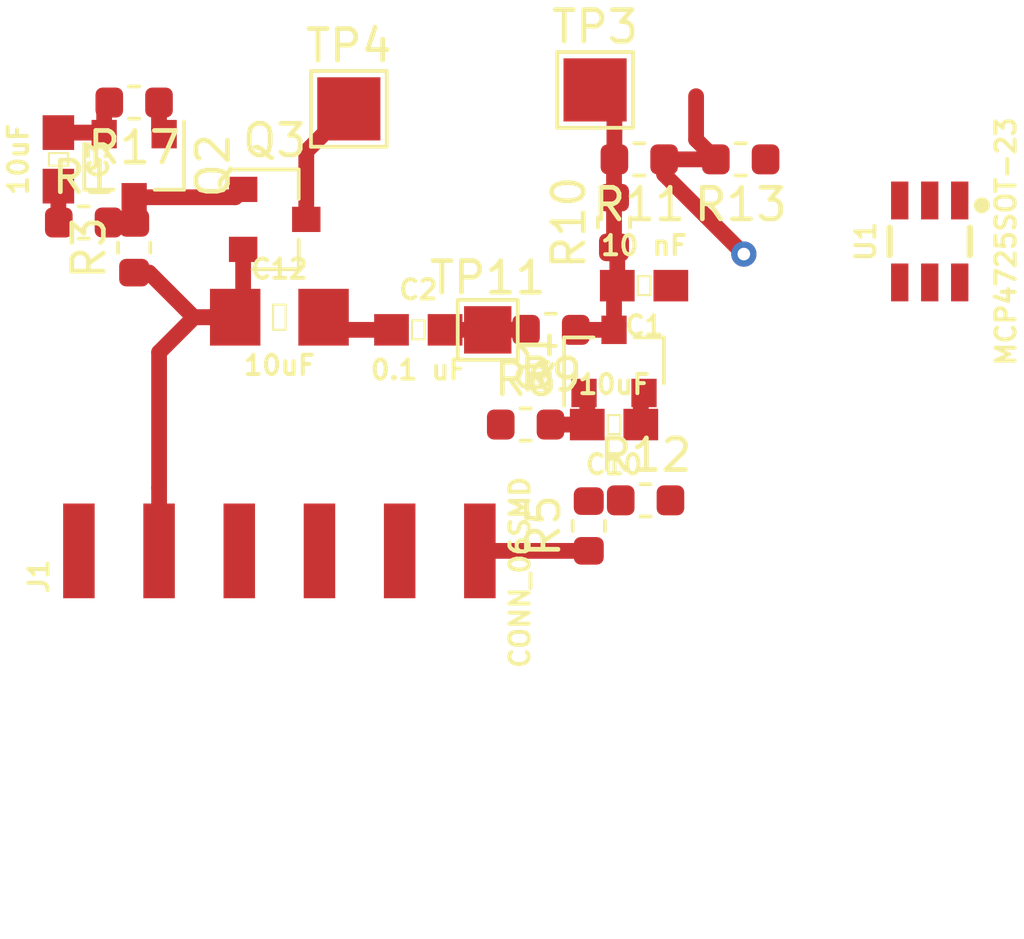
<source format=kicad_pcb>
(kicad_pcb (version 20171130) (host pcbnew 5.1.5+dfsg1-2~bpo9+1)

  (general
    (thickness 1.6)
    (drawings 0)
    (tracks 50)
    (zones 0)
    (modules 23)
    (nets 18)
  )

  (page A4)
  (layers
    (0 F.Cu signal)
    (31 B.Cu signal)
    (32 B.Adhes user)
    (33 F.Adhes user)
    (34 B.Paste user)
    (35 F.Paste user)
    (36 B.SilkS user)
    (37 F.SilkS user)
    (38 B.Mask user)
    (39 F.Mask user)
    (40 Dwgs.User user)
    (41 Cmts.User user)
    (42 Eco1.User user)
    (43 Eco2.User user)
    (44 Edge.Cuts user)
    (45 Margin user)
    (46 B.CrtYd user)
    (47 F.CrtYd user)
    (48 B.Fab user)
    (49 F.Fab user)
  )

  (setup
    (last_trace_width 0.5)
    (trace_clearance 0.2)
    (zone_clearance 0.508)
    (zone_45_only no)
    (trace_min 0.2)
    (via_size 0.8)
    (via_drill 0.4)
    (via_min_size 0.4)
    (via_min_drill 0.3)
    (uvia_size 0.3)
    (uvia_drill 0.1)
    (uvias_allowed no)
    (uvia_min_size 0.2)
    (uvia_min_drill 0.1)
    (edge_width 0.05)
    (segment_width 0.2)
    (pcb_text_width 0.3)
    (pcb_text_size 1.5 1.5)
    (mod_edge_width 0.12)
    (mod_text_size 1 1)
    (mod_text_width 0.15)
    (pad_size 1.524 1.524)
    (pad_drill 0.762)
    (pad_to_mask_clearance 0.051)
    (solder_mask_min_width 0.25)
    (aux_axis_origin 0 0)
    (visible_elements FFFFFF7F)
    (pcbplotparams
      (layerselection 0x010fc_ffffffff)
      (usegerberextensions false)
      (usegerberattributes false)
      (usegerberadvancedattributes false)
      (creategerberjobfile false)
      (excludeedgelayer true)
      (linewidth 0.010000)
      (plotframeref false)
      (viasonmask false)
      (mode 1)
      (useauxorigin false)
      (hpglpennumber 1)
      (hpglpenspeed 20)
      (hpglpendiameter 15.000000)
      (psnegative false)
      (psa4output false)
      (plotreference true)
      (plotvalue true)
      (plotinvisibletext false)
      (padsonsilk false)
      (subtractmaskfromsilk false)
      (outputformat 1)
      (mirror false)
      (drillshape 1)
      (scaleselection 1)
      (outputdirectory ""))
  )

  (net 0 "")
  (net 1 VARACTOR_OUT)
  (net 2 GND)
  (net 3 +48V)
  (net 4 "Net-(C10-Pad2)")
  (net 5 +5V)
  (net 6 "Net-(Q3-Pad3)")
  (net 7 ~VARACTOR_PWM)
  (net 8 VARACTOR_FEEDBACK)
  (net 9 "Net-(C3-Pad2)")
  (net 10 3.3V)
  (net 11 LO_EN)
  (net 12 "Net-(R5-Pad1)")
  (net 13 "Net-(U1-Pad6)")
  (net 14 "Net-(U1-Pad5)")
  (net 15 "Net-(U1-Pad4)")
  (net 16 "Net-(U1-Pad3)")
  (net 17 "Net-(U1-Pad2)")

  (net_class Default "This is the default net class."
    (clearance 0.2)
    (trace_width 0.5)
    (via_dia 0.8)
    (via_drill 0.4)
    (uvia_dia 0.3)
    (uvia_drill 0.1)
    (add_net +48V)
    (add_net +5V)
    (add_net 3.3V)
    (add_net GND)
    (add_net LO_EN)
    (add_net "Net-(C10-Pad2)")
    (add_net "Net-(C3-Pad2)")
    (add_net "Net-(Q3-Pad3)")
    (add_net "Net-(R5-Pad1)")
    (add_net "Net-(U1-Pad2)")
    (add_net "Net-(U1-Pad3)")
    (add_net "Net-(U1-Pad4)")
    (add_net "Net-(U1-Pad5)")
    (add_net "Net-(U1-Pad6)")
    (add_net VARACTOR_FEEDBACK)
    (add_net VARACTOR_OUT)
    (add_net ~VARACTOR_PWM)
  )

  (module Silicon-Standard:SOT23-6 (layer F.Cu) (tedit 5961E542) (tstamp 5F04A18F)
    (at 173.8 100.2)
    (descr SOT23-6)
    (tags SOT23-6)
    (path /5F403C9D)
    (attr smd)
    (fp_text reference U1 (at -2.03 0 90) (layer F.SilkS)
      (effects (font (size 0.6096 0.6096) (thickness 0.127)))
    )
    (fp_text value MCP4725SOT-23 (at 2.413 0 90) (layer F.SilkS)
      (effects (font (size 0.6096 0.6096) (thickness 0.127)))
    )
    (fp_line (start -1.39954 -0.79756) (end -1.39954 0.79756) (layer Dwgs.User) (width 0.1524))
    (fp_line (start 1.39954 -0.79756) (end 1.39954 0.79756) (layer Dwgs.User) (width 0.1524))
    (fp_line (start -1.39954 -0.79756) (end 1.39954 -0.79756) (layer Dwgs.User) (width 0.1524))
    (fp_line (start 1.39954 0.79756) (end -1.39954 0.79756) (layer Dwgs.User) (width 0.1524))
    (fp_line (start 1.27 -0.42926) (end 1.27 0.42926) (layer F.SilkS) (width 0.2032))
    (fp_line (start -1.27 0.42926) (end -1.27 -0.42926) (layer F.SilkS) (width 0.2032))
    (fp_line (start -0.24892 -0.84836) (end -0.24892 -1.4986) (layer Dwgs.User) (width 0.06604))
    (fp_line (start -0.24892 -1.4986) (end 0.24892 -1.4986) (layer Dwgs.User) (width 0.06604))
    (fp_line (start 0.24892 -0.84836) (end 0.24892 -1.4986) (layer Dwgs.User) (width 0.06604))
    (fp_line (start -0.24892 -0.84836) (end 0.24892 -0.84836) (layer Dwgs.User) (width 0.06604))
    (fp_line (start -1.19888 -0.84836) (end -1.19888 -1.4986) (layer Dwgs.User) (width 0.06604))
    (fp_line (start -1.19888 -1.4986) (end -0.6985 -1.4986) (layer Dwgs.User) (width 0.06604))
    (fp_line (start -0.6985 -0.84836) (end -0.6985 -1.4986) (layer Dwgs.User) (width 0.06604))
    (fp_line (start -1.19888 -0.84836) (end -0.6985 -0.84836) (layer Dwgs.User) (width 0.06604))
    (fp_line (start 0.6985 -0.84836) (end 0.6985 -1.4986) (layer Dwgs.User) (width 0.06604))
    (fp_line (start 0.6985 -1.4986) (end 1.19888 -1.4986) (layer Dwgs.User) (width 0.06604))
    (fp_line (start 1.19888 -0.84836) (end 1.19888 -1.4986) (layer Dwgs.User) (width 0.06604))
    (fp_line (start 0.6985 -0.84836) (end 1.19888 -0.84836) (layer Dwgs.User) (width 0.06604))
    (fp_line (start 0.6985 1.4986) (end 0.6985 0.84836) (layer Dwgs.User) (width 0.06604))
    (fp_line (start 0.6985 0.84836) (end 1.19888 0.84836) (layer Dwgs.User) (width 0.06604))
    (fp_line (start 1.19888 1.4986) (end 1.19888 0.84836) (layer Dwgs.User) (width 0.06604))
    (fp_line (start 0.6985 1.4986) (end 1.19888 1.4986) (layer Dwgs.User) (width 0.06604))
    (fp_line (start -0.24892 1.4986) (end -0.24892 0.84836) (layer Dwgs.User) (width 0.06604))
    (fp_line (start -0.24892 0.84836) (end 0.24892 0.84836) (layer Dwgs.User) (width 0.06604))
    (fp_line (start 0.24892 1.4986) (end 0.24892 0.84836) (layer Dwgs.User) (width 0.06604))
    (fp_line (start -0.24892 1.4986) (end 0.24892 1.4986) (layer Dwgs.User) (width 0.06604))
    (fp_line (start -1.19888 1.4986) (end -1.19888 0.84836) (layer Dwgs.User) (width 0.06604))
    (fp_line (start -1.19888 0.84836) (end -0.6985 0.84836) (layer Dwgs.User) (width 0.06604))
    (fp_line (start -0.6985 1.4986) (end -0.6985 0.84836) (layer Dwgs.User) (width 0.06604))
    (fp_line (start -1.19888 1.4986) (end -0.6985 1.4986) (layer Dwgs.User) (width 0.06604))
    (fp_circle (center 1.651 -1.143) (end 1.778 -1.143) (layer F.SilkS) (width 0.254))
    (pad 6 smd rect (at 0.94996 1.29794) (size 0.54864 1.19888) (layers F.Cu F.Paste F.Mask)
      (net 13 "Net-(U1-Pad6)") (solder_mask_margin 0.1016))
    (pad 5 smd rect (at 0 1.29794) (size 0.54864 1.19888) (layers F.Cu F.Paste F.Mask)
      (net 14 "Net-(U1-Pad5)") (solder_mask_margin 0.1016))
    (pad 4 smd rect (at -0.94996 1.29794) (size 0.54864 1.19888) (layers F.Cu F.Paste F.Mask)
      (net 15 "Net-(U1-Pad4)") (solder_mask_margin 0.1016))
    (pad 3 smd rect (at -0.94996 -1.29794) (size 0.54864 1.19888) (layers F.Cu F.Paste F.Mask)
      (net 16 "Net-(U1-Pad3)") (solder_mask_margin 0.1016))
    (pad 2 smd rect (at 0 -1.29794 180) (size 0.54864 1.19888) (layers F.Cu F.Paste F.Mask)
      (net 17 "Net-(U1-Pad2)") (solder_mask_margin 0.1016))
    (pad 1 smd rect (at 0.94996 -1.29794) (size 0.54864 1.19888) (layers F.Cu F.Paste F.Mask)
      (net 12 "Net-(R5-Pad1)") (solder_mask_margin 0.1016))
  )

  (module Connectors2:1X06-SMD_RA_MALE (layer F.Cu) (tedit 200000) (tstamp 5F048215)
    (at 153.2 115)
    (descr "SMD - 6 PIN RIGHT ANGLE MALE HEADER")
    (tags "SMD - 6 PIN RIGHT ANGLE MALE HEADER")
    (path /5F3F9DD3)
    (attr smd)
    (fp_text reference J1 (at -7.62 -4.191 90) (layer F.SilkS)
      (effects (font (size 0.6096 0.6096) (thickness 0.127)))
    )
    (fp_text value CONN_06SMD (at 7.62 -4.318 90) (layer F.SilkS)
      (effects (font (size 0.6096 0.6096) (thickness 0.127)))
    )
    (fp_line (start -6.35 1.24968) (end -6.35 7.24916) (layer Dwgs.User) (width 0.127))
    (fp_line (start -3.81 1.24968) (end -3.81 7.24916) (layer Dwgs.User) (width 0.127))
    (fp_line (start -1.27 1.24968) (end -1.27 7.24916) (layer Dwgs.User) (width 0.127))
    (fp_line (start 1.27 1.24968) (end 1.27 7.24916) (layer Dwgs.User) (width 0.127))
    (fp_line (start 3.81 1.24968) (end 3.81 7.24916) (layer Dwgs.User) (width 0.127))
    (fp_line (start 6.35 1.24968) (end 6.35 7.24916) (layer Dwgs.User) (width 0.127))
    (fp_line (start 7.62 1.24968) (end 7.62 -1.24968) (layer Dwgs.User) (width 0.127))
    (fp_line (start 6.35 1.24968) (end 7.62 1.24968) (layer Dwgs.User) (width 0.127))
    (fp_line (start 3.81 1.24968) (end 6.35 1.24968) (layer Dwgs.User) (width 0.127))
    (fp_line (start 1.27 1.24968) (end 3.81 1.24968) (layer Dwgs.User) (width 0.127))
    (fp_line (start -1.27 1.24968) (end 1.27 1.24968) (layer Dwgs.User) (width 0.127))
    (fp_line (start -3.81 1.24968) (end -1.27 1.24968) (layer Dwgs.User) (width 0.127))
    (fp_line (start -6.35 1.24968) (end -3.81 1.24968) (layer Dwgs.User) (width 0.127))
    (fp_line (start -7.62 1.24968) (end -6.35 1.24968) (layer Dwgs.User) (width 0.127))
    (fp_line (start -7.62 -1.24968) (end -7.62 1.24968) (layer Dwgs.User) (width 0.127))
    (fp_line (start 7.62 -1.24968) (end -7.62 -1.24968) (layer Dwgs.User) (width 0.127))
    (pad "" np_thru_hole circle (at 5.08 0) (size 1.39954 1.39954) (drill 1.39954) (layers *.Cu *.Mask)
      (solder_mask_margin 0.1016))
    (pad "" np_thru_hole circle (at -5.08 0) (size 1.39954 1.39954) (drill 1.39954) (layers *.Cu *.Mask)
      (solder_mask_margin 0.1016))
    (pad 6 smd rect (at 6.35 -4.99872 90) (size 2.99974 0.99822) (layers F.Cu F.Paste F.Mask)
      (net 7 ~VARACTOR_PWM) (solder_mask_margin 0.1016))
    (pad 5 smd rect (at 3.81 -4.99872 90) (size 2.99974 0.99822) (layers F.Cu F.Paste F.Mask)
      (net 11 LO_EN) (solder_mask_margin 0.1016))
    (pad 4 smd rect (at 1.27 -4.99872 90) (size 2.99974 0.99822) (layers F.Cu F.Paste F.Mask)
      (net 2 GND) (solder_mask_margin 0.1016))
    (pad 3 smd rect (at -1.27 -4.99872 90) (size 2.99974 0.99822) (layers F.Cu F.Paste F.Mask)
      (net 8 VARACTOR_FEEDBACK) (solder_mask_margin 0.1016))
    (pad 2 smd rect (at -3.81 -4.99872 90) (size 2.99974 0.99822) (layers F.Cu F.Paste F.Mask)
      (net 5 +5V) (solder_mask_margin 0.1016))
    (pad 1 smd rect (at -6.35 -4.99872 90) (size 2.99974 0.99822) (layers F.Cu F.Paste F.Mask)
      (net 10 3.3V) (solder_mask_margin 0.1016))
  )

  (module Capacitors:1206 (layer F.Cu) (tedit 200000) (tstamp 5F044CDB)
    (at 153.2 102.6)
    (descr "GENERIC 3216 (1206) PACKAGE")
    (tags "GENERIC 3216 (1206) PACKAGE")
    (path /5F2D5553)
    (attr smd)
    (fp_text reference C12 (at 0 -1.524) (layer F.SilkS)
      (effects (font (size 0.6096 0.6096) (thickness 0.127)))
    )
    (fp_text value 10uF (at 0 1.524) (layer F.SilkS)
      (effects (font (size 0.6096 0.6096) (thickness 0.127)))
    )
    (fp_line (start -0.96266 0.78486) (end 0.96266 0.78486) (layer Dwgs.User) (width 0.1016))
    (fp_line (start -0.96266 -0.78486) (end 0.96266 -0.78486) (layer Dwgs.User) (width 0.1016))
    (fp_line (start 2.39776 -1.09982) (end 2.39776 1.09982) (layer F.CrtYd) (width 0.0508))
    (fp_line (start -2.39776 1.09982) (end -2.39776 -1.09982) (layer F.CrtYd) (width 0.0508))
    (fp_line (start 2.39776 1.09982) (end -2.39776 1.09982) (layer F.CrtYd) (width 0.0508))
    (fp_line (start -2.39776 -1.09982) (end 2.39776 -1.09982) (layer F.CrtYd) (width 0.0508))
    (fp_line (start -0.19812 0.39878) (end -0.19812 -0.39878) (layer F.SilkS) (width 0.06604))
    (fp_line (start -0.19812 -0.39878) (end 0.19812 -0.39878) (layer F.SilkS) (width 0.06604))
    (fp_line (start 0.19812 0.39878) (end 0.19812 -0.39878) (layer F.SilkS) (width 0.06604))
    (fp_line (start -0.19812 0.39878) (end 0.19812 0.39878) (layer F.SilkS) (width 0.06604))
    (fp_line (start 0.94996 0.84836) (end 0.94996 -0.8509) (layer Dwgs.User) (width 0.06604))
    (fp_line (start 0.94996 -0.8509) (end 1.7018 -0.8509) (layer Dwgs.User) (width 0.06604))
    (fp_line (start 1.7018 0.84836) (end 1.7018 -0.8509) (layer Dwgs.User) (width 0.06604))
    (fp_line (start 0.94996 0.84836) (end 1.7018 0.84836) (layer Dwgs.User) (width 0.06604))
    (fp_line (start -1.7018 0.8509) (end -1.7018 -0.84836) (layer Dwgs.User) (width 0.06604))
    (fp_line (start -1.7018 -0.84836) (end -0.94996 -0.84836) (layer Dwgs.User) (width 0.06604))
    (fp_line (start -0.94996 0.8509) (end -0.94996 -0.84836) (layer Dwgs.User) (width 0.06604))
    (fp_line (start -1.7018 0.8509) (end -0.94996 0.8509) (layer Dwgs.User) (width 0.06604))
    (pad 2 smd rect (at 1.39954 0) (size 1.59766 1.79832) (layers F.Cu F.Paste F.Mask)
      (net 2 GND) (solder_mask_margin 0.1016))
    (pad 1 smd rect (at -1.39954 0) (size 1.59766 1.79832) (layers F.Cu F.Paste F.Mask)
      (net 5 +5V) (solder_mask_margin 0.1016))
  )

  (module Capacitors:0603 (layer F.Cu) (tedit 596180EF) (tstamp 5F044CC3)
    (at 163.8 106 180)
    (descr "GENERIC 1608 (0603) PACKAGE")
    (tags "GENERIC 1608 (0603) PACKAGE")
    (path /5F289635)
    (attr smd)
    (fp_text reference C10 (at 0 -1.27) (layer F.SilkS)
      (effects (font (size 0.6096 0.6096) (thickness 0.127)))
    )
    (fp_text value 10uF (at 0 1.27) (layer F.SilkS)
      (effects (font (size 0.6096 0.6096) (thickness 0.127)))
    )
    (fp_line (start -0.3556 0.41656) (end 0.3556 0.41656) (layer Dwgs.User) (width 0.1016))
    (fp_line (start -0.3556 -0.4318) (end 0.3556 -0.4318) (layer Dwgs.User) (width 0.1016))
    (fp_line (start -1.59766 0.6985) (end -1.59766 -0.6985) (layer F.CrtYd) (width 0.0508))
    (fp_line (start 1.59766 0.6985) (end -1.59766 0.6985) (layer F.CrtYd) (width 0.0508))
    (fp_line (start 1.59766 -0.6985) (end 1.59766 0.6985) (layer F.CrtYd) (width 0.0508))
    (fp_line (start -1.59766 -0.6985) (end 1.59766 -0.6985) (layer F.CrtYd) (width 0.0508))
    (fp_line (start -0.19812 0.29972) (end -0.19812 -0.29972) (layer F.SilkS) (width 0.06604))
    (fp_line (start -0.19812 -0.29972) (end 0.19812 -0.29972) (layer F.SilkS) (width 0.06604))
    (fp_line (start 0.19812 0.29972) (end 0.19812 -0.29972) (layer F.SilkS) (width 0.06604))
    (fp_line (start -0.19812 0.29972) (end 0.19812 0.29972) (layer F.SilkS) (width 0.06604))
    (fp_line (start 0.3302 0.4699) (end 0.3302 -0.48006) (layer Dwgs.User) (width 0.06604))
    (fp_line (start 0.3302 -0.48006) (end 0.82804 -0.48006) (layer Dwgs.User) (width 0.06604))
    (fp_line (start 0.82804 0.4699) (end 0.82804 -0.48006) (layer Dwgs.User) (width 0.06604))
    (fp_line (start 0.3302 0.4699) (end 0.82804 0.4699) (layer Dwgs.User) (width 0.06604))
    (fp_line (start -0.8382 0.4699) (end -0.8382 -0.48006) (layer Dwgs.User) (width 0.06604))
    (fp_line (start -0.8382 -0.48006) (end -0.33782 -0.48006) (layer Dwgs.User) (width 0.06604))
    (fp_line (start -0.33782 0.4699) (end -0.33782 -0.48006) (layer Dwgs.User) (width 0.06604))
    (fp_line (start -0.8382 0.4699) (end -0.33782 0.4699) (layer Dwgs.User) (width 0.06604))
    (pad 2 smd rect (at 0.84836 0 180) (size 1.09982 0.99822) (layers F.Cu F.Paste F.Mask)
      (net 4 "Net-(C10-Pad2)") (solder_mask_margin 0.1016))
    (pad 1 smd rect (at -0.84836 0 180) (size 1.09982 0.99822) (layers F.Cu F.Paste F.Mask)
      (net 2 GND) (solder_mask_margin 0.1016))
  )

  (module Capacitors:0603 (layer F.Cu) (tedit 596180EF) (tstamp 5F0465F4)
    (at 146.2 97.6 270)
    (descr "GENERIC 1608 (0603) PACKAGE")
    (tags "GENERIC 1608 (0603) PACKAGE")
    (path /5F3E29F4)
    (attr smd)
    (fp_text reference C3 (at 0 -1.27 90) (layer F.SilkS)
      (effects (font (size 0.6096 0.6096) (thickness 0.127)))
    )
    (fp_text value 10uF (at 0 1.27 90) (layer F.SilkS)
      (effects (font (size 0.6096 0.6096) (thickness 0.127)))
    )
    (fp_line (start -0.3556 0.41656) (end 0.3556 0.41656) (layer Dwgs.User) (width 0.1016))
    (fp_line (start -0.3556 -0.4318) (end 0.3556 -0.4318) (layer Dwgs.User) (width 0.1016))
    (fp_line (start -1.59766 0.6985) (end -1.59766 -0.6985) (layer F.CrtYd) (width 0.0508))
    (fp_line (start 1.59766 0.6985) (end -1.59766 0.6985) (layer F.CrtYd) (width 0.0508))
    (fp_line (start 1.59766 -0.6985) (end 1.59766 0.6985) (layer F.CrtYd) (width 0.0508))
    (fp_line (start -1.59766 -0.6985) (end 1.59766 -0.6985) (layer F.CrtYd) (width 0.0508))
    (fp_line (start -0.19812 0.29972) (end -0.19812 -0.29972) (layer F.SilkS) (width 0.06604))
    (fp_line (start -0.19812 -0.29972) (end 0.19812 -0.29972) (layer F.SilkS) (width 0.06604))
    (fp_line (start 0.19812 0.29972) (end 0.19812 -0.29972) (layer F.SilkS) (width 0.06604))
    (fp_line (start -0.19812 0.29972) (end 0.19812 0.29972) (layer F.SilkS) (width 0.06604))
    (fp_line (start 0.3302 0.4699) (end 0.3302 -0.48006) (layer Dwgs.User) (width 0.06604))
    (fp_line (start 0.3302 -0.48006) (end 0.82804 -0.48006) (layer Dwgs.User) (width 0.06604))
    (fp_line (start 0.82804 0.4699) (end 0.82804 -0.48006) (layer Dwgs.User) (width 0.06604))
    (fp_line (start 0.3302 0.4699) (end 0.82804 0.4699) (layer Dwgs.User) (width 0.06604))
    (fp_line (start -0.8382 0.4699) (end -0.8382 -0.48006) (layer Dwgs.User) (width 0.06604))
    (fp_line (start -0.8382 -0.48006) (end -0.33782 -0.48006) (layer Dwgs.User) (width 0.06604))
    (fp_line (start -0.33782 0.4699) (end -0.33782 -0.48006) (layer Dwgs.User) (width 0.06604))
    (fp_line (start -0.8382 0.4699) (end -0.33782 0.4699) (layer Dwgs.User) (width 0.06604))
    (pad 2 smd rect (at 0.84836 0 270) (size 1.09982 0.99822) (layers F.Cu F.Paste F.Mask)
      (net 9 "Net-(C3-Pad2)") (solder_mask_margin 0.1016))
    (pad 1 smd rect (at -0.84836 0 270) (size 1.09982 0.99822) (layers F.Cu F.Paste F.Mask)
      (net 2 GND) (solder_mask_margin 0.1016))
  )

  (module Capacitors:0603 (layer F.Cu) (tedit 596180EF) (tstamp 5F044CAB)
    (at 157.6 103)
    (descr "GENERIC 1608 (0603) PACKAGE")
    (tags "GENERIC 1608 (0603) PACKAGE")
    (path /5EEF63C1)
    (attr smd)
    (fp_text reference C2 (at 0 -1.27) (layer F.SilkS)
      (effects (font (size 0.6096 0.6096) (thickness 0.127)))
    )
    (fp_text value "0.1 uF" (at 0 1.27) (layer F.SilkS)
      (effects (font (size 0.6096 0.6096) (thickness 0.127)))
    )
    (fp_line (start -0.3556 0.41656) (end 0.3556 0.41656) (layer Dwgs.User) (width 0.1016))
    (fp_line (start -0.3556 -0.4318) (end 0.3556 -0.4318) (layer Dwgs.User) (width 0.1016))
    (fp_line (start -1.59766 0.6985) (end -1.59766 -0.6985) (layer F.CrtYd) (width 0.0508))
    (fp_line (start 1.59766 0.6985) (end -1.59766 0.6985) (layer F.CrtYd) (width 0.0508))
    (fp_line (start 1.59766 -0.6985) (end 1.59766 0.6985) (layer F.CrtYd) (width 0.0508))
    (fp_line (start -1.59766 -0.6985) (end 1.59766 -0.6985) (layer F.CrtYd) (width 0.0508))
    (fp_line (start -0.19812 0.29972) (end -0.19812 -0.29972) (layer F.SilkS) (width 0.06604))
    (fp_line (start -0.19812 -0.29972) (end 0.19812 -0.29972) (layer F.SilkS) (width 0.06604))
    (fp_line (start 0.19812 0.29972) (end 0.19812 -0.29972) (layer F.SilkS) (width 0.06604))
    (fp_line (start -0.19812 0.29972) (end 0.19812 0.29972) (layer F.SilkS) (width 0.06604))
    (fp_line (start 0.3302 0.4699) (end 0.3302 -0.48006) (layer Dwgs.User) (width 0.06604))
    (fp_line (start 0.3302 -0.48006) (end 0.82804 -0.48006) (layer Dwgs.User) (width 0.06604))
    (fp_line (start 0.82804 0.4699) (end 0.82804 -0.48006) (layer Dwgs.User) (width 0.06604))
    (fp_line (start 0.3302 0.4699) (end 0.82804 0.4699) (layer Dwgs.User) (width 0.06604))
    (fp_line (start -0.8382 0.4699) (end -0.8382 -0.48006) (layer Dwgs.User) (width 0.06604))
    (fp_line (start -0.8382 -0.48006) (end -0.33782 -0.48006) (layer Dwgs.User) (width 0.06604))
    (fp_line (start -0.33782 0.4699) (end -0.33782 -0.48006) (layer Dwgs.User) (width 0.06604))
    (fp_line (start -0.8382 0.4699) (end -0.33782 0.4699) (layer Dwgs.User) (width 0.06604))
    (pad 2 smd rect (at 0.84836 0) (size 1.09982 0.99822) (layers F.Cu F.Paste F.Mask)
      (net 3 +48V) (solder_mask_margin 0.1016))
    (pad 1 smd rect (at -0.84836 0) (size 1.09982 0.99822) (layers F.Cu F.Paste F.Mask)
      (net 2 GND) (solder_mask_margin 0.1016))
  )

  (module Capacitors:0603 (layer F.Cu) (tedit 596180EF) (tstamp 5F044C93)
    (at 164.75164 101.6 180)
    (descr "GENERIC 1608 (0603) PACKAGE")
    (tags "GENERIC 1608 (0603) PACKAGE")
    (path /5F0C3B35)
    (attr smd)
    (fp_text reference C1 (at 0 -1.27) (layer F.SilkS)
      (effects (font (size 0.6096 0.6096) (thickness 0.127)))
    )
    (fp_text value "10 nF" (at 0 1.27) (layer F.SilkS)
      (effects (font (size 0.6096 0.6096) (thickness 0.127)))
    )
    (fp_line (start -0.3556 0.41656) (end 0.3556 0.41656) (layer Dwgs.User) (width 0.1016))
    (fp_line (start -0.3556 -0.4318) (end 0.3556 -0.4318) (layer Dwgs.User) (width 0.1016))
    (fp_line (start -1.59766 0.6985) (end -1.59766 -0.6985) (layer F.CrtYd) (width 0.0508))
    (fp_line (start 1.59766 0.6985) (end -1.59766 0.6985) (layer F.CrtYd) (width 0.0508))
    (fp_line (start 1.59766 -0.6985) (end 1.59766 0.6985) (layer F.CrtYd) (width 0.0508))
    (fp_line (start -1.59766 -0.6985) (end 1.59766 -0.6985) (layer F.CrtYd) (width 0.0508))
    (fp_line (start -0.19812 0.29972) (end -0.19812 -0.29972) (layer F.SilkS) (width 0.06604))
    (fp_line (start -0.19812 -0.29972) (end 0.19812 -0.29972) (layer F.SilkS) (width 0.06604))
    (fp_line (start 0.19812 0.29972) (end 0.19812 -0.29972) (layer F.SilkS) (width 0.06604))
    (fp_line (start -0.19812 0.29972) (end 0.19812 0.29972) (layer F.SilkS) (width 0.06604))
    (fp_line (start 0.3302 0.4699) (end 0.3302 -0.48006) (layer Dwgs.User) (width 0.06604))
    (fp_line (start 0.3302 -0.48006) (end 0.82804 -0.48006) (layer Dwgs.User) (width 0.06604))
    (fp_line (start 0.82804 0.4699) (end 0.82804 -0.48006) (layer Dwgs.User) (width 0.06604))
    (fp_line (start 0.3302 0.4699) (end 0.82804 0.4699) (layer Dwgs.User) (width 0.06604))
    (fp_line (start -0.8382 0.4699) (end -0.8382 -0.48006) (layer Dwgs.User) (width 0.06604))
    (fp_line (start -0.8382 -0.48006) (end -0.33782 -0.48006) (layer Dwgs.User) (width 0.06604))
    (fp_line (start -0.33782 0.4699) (end -0.33782 -0.48006) (layer Dwgs.User) (width 0.06604))
    (fp_line (start -0.8382 0.4699) (end -0.33782 0.4699) (layer Dwgs.User) (width 0.06604))
    (pad 2 smd rect (at 0.84836 0 180) (size 1.09982 0.99822) (layers F.Cu F.Paste F.Mask)
      (net 1 VARACTOR_OUT) (solder_mask_margin 0.1016))
    (pad 1 smd rect (at -0.84836 0 180) (size 1.09982 0.99822) (layers F.Cu F.Paste F.Mask)
      (net 2 GND) (solder_mask_margin 0.1016))
  )

  (module Resistor_SMD:R_0603_1608Metric (layer F.Cu) (tedit 5B301BBD) (tstamp 5F0466AB)
    (at 147 99.6)
    (descr "Resistor SMD 0603 (1608 Metric), square (rectangular) end terminal, IPC_7351 nominal, (Body size source: http://www.tortai-tech.com/upload/download/2011102023233369053.pdf), generated with kicad-footprint-generator")
    (tags resistor)
    (path /5F3E6559)
    (attr smd)
    (fp_text reference R1 (at 0 -1.43) (layer F.SilkS)
      (effects (font (size 1 1) (thickness 0.15)))
    )
    (fp_text value 1k (at 0 1.43) (layer F.Fab)
      (effects (font (size 1 1) (thickness 0.15)))
    )
    (fp_text user %R (at 1.11806 0) (layer F.Fab)
      (effects (font (size 0.4 0.4) (thickness 0.06)))
    )
    (fp_line (start 1.48 0.73) (end -1.48 0.73) (layer F.CrtYd) (width 0.05))
    (fp_line (start 1.48 -0.73) (end 1.48 0.73) (layer F.CrtYd) (width 0.05))
    (fp_line (start -1.48 -0.73) (end 1.48 -0.73) (layer F.CrtYd) (width 0.05))
    (fp_line (start -1.48 0.73) (end -1.48 -0.73) (layer F.CrtYd) (width 0.05))
    (fp_line (start -0.162779 0.51) (end 0.162779 0.51) (layer F.SilkS) (width 0.12))
    (fp_line (start -0.162779 -0.51) (end 0.162779 -0.51) (layer F.SilkS) (width 0.12))
    (fp_line (start 0.8 0.4) (end -0.8 0.4) (layer F.Fab) (width 0.1))
    (fp_line (start 0.8 -0.4) (end 0.8 0.4) (layer F.Fab) (width 0.1))
    (fp_line (start -0.8 -0.4) (end 0.8 -0.4) (layer F.Fab) (width 0.1))
    (fp_line (start -0.8 0.4) (end -0.8 -0.4) (layer F.Fab) (width 0.1))
    (pad 2 smd roundrect (at 0.7875 0) (size 0.875 0.95) (layers F.Cu F.Paste F.Mask) (roundrect_rratio 0.25)
      (net 9 "Net-(C3-Pad2)"))
    (pad 1 smd roundrect (at -0.7875 0) (size 0.875 0.95) (layers F.Cu F.Paste F.Mask) (roundrect_rratio 0.25)
      (net 9 "Net-(C3-Pad2)"))
    (model ${KISYS3DMOD}/Resistor_SMD.3dshapes/R_0603_1608Metric.wrl
      (at (xyz 0 0 0))
      (scale (xyz 1 1 1))
      (rotate (xyz 0 0 0))
    )
  )

  (module TestPoint:TestPoint_Pad_1.5x1.5mm (layer F.Cu) (tedit 5A0F774F) (tstamp 5F044E07)
    (at 159.8 103)
    (descr "SMD rectangular pad as test Point, square 1.5mm side length")
    (tags "test point SMD pad rectangle square")
    (path /5F3B3B4F)
    (attr virtual)
    (fp_text reference TP11 (at 0 -1.648) (layer F.SilkS)
      (effects (font (size 1 1) (thickness 0.15)))
    )
    (fp_text value Test_Point (at 0 1.75) (layer F.Fab)
      (effects (font (size 1 1) (thickness 0.15)))
    )
    (fp_line (start 1.25 1.25) (end -1.25 1.25) (layer F.CrtYd) (width 0.05))
    (fp_line (start 1.25 1.25) (end 1.25 -1.25) (layer F.CrtYd) (width 0.05))
    (fp_line (start -1.25 -1.25) (end -1.25 1.25) (layer F.CrtYd) (width 0.05))
    (fp_line (start -1.25 -1.25) (end 1.25 -1.25) (layer F.CrtYd) (width 0.05))
    (fp_line (start -0.95 0.95) (end -0.95 -0.95) (layer F.SilkS) (width 0.12))
    (fp_line (start 0.95 0.95) (end -0.95 0.95) (layer F.SilkS) (width 0.12))
    (fp_line (start 0.95 -0.95) (end 0.95 0.95) (layer F.SilkS) (width 0.12))
    (fp_line (start -0.95 -0.95) (end 0.95 -0.95) (layer F.SilkS) (width 0.12))
    (fp_text user %R (at 0 -1.65) (layer F.Fab)
      (effects (font (size 1 1) (thickness 0.15)))
    )
    (pad 1 smd rect (at 0 0) (size 1.5 1.5) (layers F.Cu F.Mask)
      (net 3 +48V))
  )

  (module TestPoint:TestPoint_Pad_2.0x2.0mm (layer F.Cu) (tedit 5A0F774F) (tstamp 5F044DDD)
    (at 155.4 96)
    (descr "SMD rectangular pad as test Point, square 2.0mm side length")
    (tags "test point SMD pad rectangle square")
    (path /5F2A18A9)
    (attr virtual)
    (fp_text reference TP4 (at 0 -1.998) (layer F.SilkS)
      (effects (font (size 1 1) (thickness 0.15)))
    )
    (fp_text value Test_Point (at 0 2.05) (layer F.Fab)
      (effects (font (size 1 1) (thickness 0.15)))
    )
    (fp_line (start 1.5 1.5) (end -1.5 1.5) (layer F.CrtYd) (width 0.05))
    (fp_line (start 1.5 1.5) (end 1.5 -1.5) (layer F.CrtYd) (width 0.05))
    (fp_line (start -1.5 -1.5) (end -1.5 1.5) (layer F.CrtYd) (width 0.05))
    (fp_line (start -1.5 -1.5) (end 1.5 -1.5) (layer F.CrtYd) (width 0.05))
    (fp_line (start -1.2 1.2) (end -1.2 -1.2) (layer F.SilkS) (width 0.12))
    (fp_line (start 1.2 1.2) (end -1.2 1.2) (layer F.SilkS) (width 0.12))
    (fp_line (start 1.2 -1.2) (end 1.2 1.2) (layer F.SilkS) (width 0.12))
    (fp_line (start -1.2 -1.2) (end 1.2 -1.2) (layer F.SilkS) (width 0.12))
    (fp_text user %R (at 0 -2) (layer F.Fab)
      (effects (font (size 1 1) (thickness 0.15)))
    )
    (pad 1 smd rect (at 0 0) (size 2 2) (layers F.Cu F.Mask)
      (net 6 "Net-(Q3-Pad3)"))
  )

  (module TestPoint:TestPoint_Pad_2.0x2.0mm (layer F.Cu) (tedit 5A0F774F) (tstamp 5F044DCF)
    (at 163.2 95.4)
    (descr "SMD rectangular pad as test Point, square 2.0mm side length")
    (tags "test point SMD pad rectangle square")
    (path /5EEC794F)
    (attr virtual)
    (fp_text reference TP3 (at 0 -1.998) (layer F.SilkS)
      (effects (font (size 1 1) (thickness 0.15)))
    )
    (fp_text value Test_Point (at 0 2.05) (layer F.Fab)
      (effects (font (size 1 1) (thickness 0.15)))
    )
    (fp_line (start 1.5 1.5) (end -1.5 1.5) (layer F.CrtYd) (width 0.05))
    (fp_line (start 1.5 1.5) (end 1.5 -1.5) (layer F.CrtYd) (width 0.05))
    (fp_line (start -1.5 -1.5) (end -1.5 1.5) (layer F.CrtYd) (width 0.05))
    (fp_line (start -1.5 -1.5) (end 1.5 -1.5) (layer F.CrtYd) (width 0.05))
    (fp_line (start -1.2 1.2) (end -1.2 -1.2) (layer F.SilkS) (width 0.12))
    (fp_line (start 1.2 1.2) (end -1.2 1.2) (layer F.SilkS) (width 0.12))
    (fp_line (start 1.2 -1.2) (end 1.2 1.2) (layer F.SilkS) (width 0.12))
    (fp_line (start -1.2 -1.2) (end 1.2 -1.2) (layer F.SilkS) (width 0.12))
    (fp_text user %R (at 0 -2) (layer F.Fab)
      (effects (font (size 1 1) (thickness 0.15)))
    )
    (pad 1 smd rect (at 0 0) (size 2 2) (layers F.Cu F.Mask)
      (net 1 VARACTOR_OUT))
  )

  (module Resistor_SMD:R_0603_1608Metric (layer F.Cu) (tedit 5B301BBD) (tstamp 5F044DB3)
    (at 148.6 95.8 180)
    (descr "Resistor SMD 0603 (1608 Metric), square (rectangular) end terminal, IPC_7351 nominal, (Body size source: http://www.tortai-tech.com/upload/download/2011102023233369053.pdf), generated with kicad-footprint-generator")
    (tags resistor)
    (path /5F2BF6BD)
    (attr smd)
    (fp_text reference R17 (at 0 -1.43) (layer F.SilkS)
      (effects (font (size 1 1) (thickness 0.15)))
    )
    (fp_text value 1k (at 0 1.43) (layer F.Fab)
      (effects (font (size 1 1) (thickness 0.15)))
    )
    (fp_text user %R (at 0 0) (layer F.Fab)
      (effects (font (size 0.4 0.4) (thickness 0.06)))
    )
    (fp_line (start 1.48 0.73) (end -1.48 0.73) (layer F.CrtYd) (width 0.05))
    (fp_line (start 1.48 -0.73) (end 1.48 0.73) (layer F.CrtYd) (width 0.05))
    (fp_line (start -1.48 -0.73) (end 1.48 -0.73) (layer F.CrtYd) (width 0.05))
    (fp_line (start -1.48 0.73) (end -1.48 -0.73) (layer F.CrtYd) (width 0.05))
    (fp_line (start -0.162779 0.51) (end 0.162779 0.51) (layer F.SilkS) (width 0.12))
    (fp_line (start -0.162779 -0.51) (end 0.162779 -0.51) (layer F.SilkS) (width 0.12))
    (fp_line (start 0.8 0.4) (end -0.8 0.4) (layer F.Fab) (width 0.1))
    (fp_line (start 0.8 -0.4) (end 0.8 0.4) (layer F.Fab) (width 0.1))
    (fp_line (start -0.8 -0.4) (end 0.8 -0.4) (layer F.Fab) (width 0.1))
    (fp_line (start -0.8 0.4) (end -0.8 -0.4) (layer F.Fab) (width 0.1))
    (pad 2 smd roundrect (at 0.7875 0 180) (size 0.875 0.95) (layers F.Cu F.Paste F.Mask) (roundrect_rratio 0.25)
      (net 2 GND))
    (pad 1 smd roundrect (at -0.7875 0 180) (size 0.875 0.95) (layers F.Cu F.Paste F.Mask) (roundrect_rratio 0.25)
      (net 11 LO_EN))
    (model ${KISYS3DMOD}/Resistor_SMD.3dshapes/R_0603_1608Metric.wrl
      (at (xyz 0 0 0))
      (scale (xyz 1 1 1))
      (rotate (xyz 0 0 0))
    )
  )

  (module Resistor_SMD:R_0603_1608Metric (layer F.Cu) (tedit 5B301BBD) (tstamp 5F044DA2)
    (at 167.8125 97.6 180)
    (descr "Resistor SMD 0603 (1608 Metric), square (rectangular) end terminal, IPC_7351 nominal, (Body size source: http://www.tortai-tech.com/upload/download/2011102023233369053.pdf), generated with kicad-footprint-generator")
    (tags resistor)
    (path /5F05AE24)
    (attr smd)
    (fp_text reference R13 (at 0 -1.43) (layer F.SilkS)
      (effects (font (size 1 1) (thickness 0.15)))
    )
    (fp_text value 1k (at 0 1.43) (layer F.Fab)
      (effects (font (size 1 1) (thickness 0.15)))
    )
    (fp_text user %R (at 0 0.2) (layer F.Fab)
      (effects (font (size 0.4 0.4) (thickness 0.06)))
    )
    (fp_line (start 1.48 0.73) (end -1.48 0.73) (layer F.CrtYd) (width 0.05))
    (fp_line (start 1.48 -0.73) (end 1.48 0.73) (layer F.CrtYd) (width 0.05))
    (fp_line (start -1.48 -0.73) (end 1.48 -0.73) (layer F.CrtYd) (width 0.05))
    (fp_line (start -1.48 0.73) (end -1.48 -0.73) (layer F.CrtYd) (width 0.05))
    (fp_line (start -0.162779 0.51) (end 0.162779 0.51) (layer F.SilkS) (width 0.12))
    (fp_line (start -0.162779 -0.51) (end 0.162779 -0.51) (layer F.SilkS) (width 0.12))
    (fp_line (start 0.8 0.4) (end -0.8 0.4) (layer F.Fab) (width 0.1))
    (fp_line (start 0.8 -0.4) (end 0.8 0.4) (layer F.Fab) (width 0.1))
    (fp_line (start -0.8 -0.4) (end 0.8 -0.4) (layer F.Fab) (width 0.1))
    (fp_line (start -0.8 0.4) (end -0.8 -0.4) (layer F.Fab) (width 0.1))
    (pad 2 smd roundrect (at 0.7875 0 180) (size 0.875 0.95) (layers F.Cu F.Paste F.Mask) (roundrect_rratio 0.25)
      (net 8 VARACTOR_FEEDBACK))
    (pad 1 smd roundrect (at -0.7875 0 180) (size 0.875 0.95) (layers F.Cu F.Paste F.Mask) (roundrect_rratio 0.25)
      (net 2 GND))
    (model ${KISYS3DMOD}/Resistor_SMD.3dshapes/R_0603_1608Metric.wrl
      (at (xyz 0 0 0))
      (scale (xyz 1 1 1))
      (rotate (xyz 0 0 0))
    )
  )

  (module Resistor_SMD:R_0603_1608Metric (layer F.Cu) (tedit 5B301BBD) (tstamp 5F044D91)
    (at 164.8 108.4)
    (descr "Resistor SMD 0603 (1608 Metric), square (rectangular) end terminal, IPC_7351 nominal, (Body size source: http://www.tortai-tech.com/upload/download/2011102023233369053.pdf), generated with kicad-footprint-generator")
    (tags resistor)
    (path /5F28C463)
    (attr smd)
    (fp_text reference R12 (at 0 -1.43) (layer F.SilkS)
      (effects (font (size 1 1) (thickness 0.15)))
    )
    (fp_text value 1k (at 0 1.43) (layer F.Fab)
      (effects (font (size 1 1) (thickness 0.15)))
    )
    (fp_text user %R (at 0 0) (layer F.Fab)
      (effects (font (size 0.4 0.4) (thickness 0.06)))
    )
    (fp_line (start 1.48 0.73) (end -1.48 0.73) (layer F.CrtYd) (width 0.05))
    (fp_line (start 1.48 -0.73) (end 1.48 0.73) (layer F.CrtYd) (width 0.05))
    (fp_line (start -1.48 -0.73) (end 1.48 -0.73) (layer F.CrtYd) (width 0.05))
    (fp_line (start -1.48 0.73) (end -1.48 -0.73) (layer F.CrtYd) (width 0.05))
    (fp_line (start -0.162779 0.51) (end 0.162779 0.51) (layer F.SilkS) (width 0.12))
    (fp_line (start -0.162779 -0.51) (end 0.162779 -0.51) (layer F.SilkS) (width 0.12))
    (fp_line (start 0.8 0.4) (end -0.8 0.4) (layer F.Fab) (width 0.1))
    (fp_line (start 0.8 -0.4) (end 0.8 0.4) (layer F.Fab) (width 0.1))
    (fp_line (start -0.8 -0.4) (end 0.8 -0.4) (layer F.Fab) (width 0.1))
    (fp_line (start -0.8 0.4) (end -0.8 -0.4) (layer F.Fab) (width 0.1))
    (pad 2 smd roundrect (at 0.7875 0) (size 0.875 0.95) (layers F.Cu F.Paste F.Mask) (roundrect_rratio 0.25)
      (net 2 GND))
    (pad 1 smd roundrect (at -0.7875 0) (size 0.875 0.95) (layers F.Cu F.Paste F.Mask) (roundrect_rratio 0.25)
      (net 4 "Net-(C10-Pad2)"))
    (model ${KISYS3DMOD}/Resistor_SMD.3dshapes/R_0603_1608Metric.wrl
      (at (xyz 0 0 0))
      (scale (xyz 1 1 1))
      (rotate (xyz 0 0 0))
    )
  )

  (module Resistor_SMD:R_0603_1608Metric (layer F.Cu) (tedit 5B301BBD) (tstamp 5F044D80)
    (at 164.6 97.6 180)
    (descr "Resistor SMD 0603 (1608 Metric), square (rectangular) end terminal, IPC_7351 nominal, (Body size source: http://www.tortai-tech.com/upload/download/2011102023233369053.pdf), generated with kicad-footprint-generator")
    (tags resistor)
    (path /5EFCAE51)
    (attr smd)
    (fp_text reference R11 (at 0 -1.43) (layer F.SilkS)
      (effects (font (size 1 1) (thickness 0.15)))
    )
    (fp_text value 30k (at 0 1.43) (layer F.Fab)
      (effects (font (size 1 1) (thickness 0.15)))
    )
    (fp_text user %R (at 0 0) (layer F.Fab)
      (effects (font (size 0.4 0.4) (thickness 0.06)))
    )
    (fp_line (start 1.48 0.73) (end -1.48 0.73) (layer F.CrtYd) (width 0.05))
    (fp_line (start 1.48 -0.73) (end 1.48 0.73) (layer F.CrtYd) (width 0.05))
    (fp_line (start -1.48 -0.73) (end 1.48 -0.73) (layer F.CrtYd) (width 0.05))
    (fp_line (start -1.48 0.73) (end -1.48 -0.73) (layer F.CrtYd) (width 0.05))
    (fp_line (start -0.162779 0.51) (end 0.162779 0.51) (layer F.SilkS) (width 0.12))
    (fp_line (start -0.162779 -0.51) (end 0.162779 -0.51) (layer F.SilkS) (width 0.12))
    (fp_line (start 0.8 0.4) (end -0.8 0.4) (layer F.Fab) (width 0.1))
    (fp_line (start 0.8 -0.4) (end 0.8 0.4) (layer F.Fab) (width 0.1))
    (fp_line (start -0.8 -0.4) (end 0.8 -0.4) (layer F.Fab) (width 0.1))
    (fp_line (start -0.8 0.4) (end -0.8 -0.4) (layer F.Fab) (width 0.1))
    (pad 2 smd roundrect (at 0.7875 0 180) (size 0.875 0.95) (layers F.Cu F.Paste F.Mask) (roundrect_rratio 0.25)
      (net 1 VARACTOR_OUT))
    (pad 1 smd roundrect (at -0.7875 0 180) (size 0.875 0.95) (layers F.Cu F.Paste F.Mask) (roundrect_rratio 0.25)
      (net 8 VARACTOR_FEEDBACK))
    (model ${KISYS3DMOD}/Resistor_SMD.3dshapes/R_0603_1608Metric.wrl
      (at (xyz 0 0 0))
      (scale (xyz 1 1 1))
      (rotate (xyz 0 0 0))
    )
  )

  (module Resistor_SMD:R_0603_1608Metric (layer F.Cu) (tedit 5B301BBD) (tstamp 5F044D6F)
    (at 163.8 99.6 90)
    (descr "Resistor SMD 0603 (1608 Metric), square (rectangular) end terminal, IPC_7351 nominal, (Body size source: http://www.tortai-tech.com/upload/download/2011102023233369053.pdf), generated with kicad-footprint-generator")
    (tags resistor)
    (path /5EF918DB)
    (attr smd)
    (fp_text reference R10 (at 0 -1.43 90) (layer F.SilkS)
      (effects (font (size 1 1) (thickness 0.15)))
    )
    (fp_text value 1k (at 0 1.43 90) (layer F.Fab)
      (effects (font (size 1 1) (thickness 0.15)))
    )
    (fp_text user %R (at 0 0 90) (layer F.Fab)
      (effects (font (size 0.4 0.4) (thickness 0.06)))
    )
    (fp_line (start 1.48 0.73) (end -1.48 0.73) (layer F.CrtYd) (width 0.05))
    (fp_line (start 1.48 -0.73) (end 1.48 0.73) (layer F.CrtYd) (width 0.05))
    (fp_line (start -1.48 -0.73) (end 1.48 -0.73) (layer F.CrtYd) (width 0.05))
    (fp_line (start -1.48 0.73) (end -1.48 -0.73) (layer F.CrtYd) (width 0.05))
    (fp_line (start -0.162779 0.51) (end 0.162779 0.51) (layer F.SilkS) (width 0.12))
    (fp_line (start -0.162779 -0.51) (end 0.162779 -0.51) (layer F.SilkS) (width 0.12))
    (fp_line (start 0.8 0.4) (end -0.8 0.4) (layer F.Fab) (width 0.1))
    (fp_line (start 0.8 -0.4) (end 0.8 0.4) (layer F.Fab) (width 0.1))
    (fp_line (start -0.8 -0.4) (end 0.8 -0.4) (layer F.Fab) (width 0.1))
    (fp_line (start -0.8 0.4) (end -0.8 -0.4) (layer F.Fab) (width 0.1))
    (pad 2 smd roundrect (at 0.7875 0 90) (size 0.875 0.95) (layers F.Cu F.Paste F.Mask) (roundrect_rratio 0.25)
      (net 1 VARACTOR_OUT))
    (pad 1 smd roundrect (at -0.7875 0 90) (size 0.875 0.95) (layers F.Cu F.Paste F.Mask) (roundrect_rratio 0.25)
      (net 1 VARACTOR_OUT))
    (model ${KISYS3DMOD}/Resistor_SMD.3dshapes/R_0603_1608Metric.wrl
      (at (xyz 0 0 0))
      (scale (xyz 1 1 1))
      (rotate (xyz 0 0 0))
    )
  )

  (module Resistor_SMD:R_0603_1608Metric (layer F.Cu) (tedit 5B301BBD) (tstamp 5F044D5E)
    (at 161.8 103 180)
    (descr "Resistor SMD 0603 (1608 Metric), square (rectangular) end terminal, IPC_7351 nominal, (Body size source: http://www.tortai-tech.com/upload/download/2011102023233369053.pdf), generated with kicad-footprint-generator")
    (tags resistor)
    (path /5EF6F186)
    (attr smd)
    (fp_text reference R9 (at 0 -1.43) (layer F.SilkS)
      (effects (font (size 1 1) (thickness 0.15)))
    )
    (fp_text value 30k (at 0 1.43) (layer F.Fab)
      (effects (font (size 1 1) (thickness 0.15)))
    )
    (fp_text user %R (at 0 0) (layer F.Fab)
      (effects (font (size 0.4 0.4) (thickness 0.06)))
    )
    (fp_line (start 1.48 0.73) (end -1.48 0.73) (layer F.CrtYd) (width 0.05))
    (fp_line (start 1.48 -0.73) (end 1.48 0.73) (layer F.CrtYd) (width 0.05))
    (fp_line (start -1.48 -0.73) (end 1.48 -0.73) (layer F.CrtYd) (width 0.05))
    (fp_line (start -1.48 0.73) (end -1.48 -0.73) (layer F.CrtYd) (width 0.05))
    (fp_line (start -0.162779 0.51) (end 0.162779 0.51) (layer F.SilkS) (width 0.12))
    (fp_line (start -0.162779 -0.51) (end 0.162779 -0.51) (layer F.SilkS) (width 0.12))
    (fp_line (start 0.8 0.4) (end -0.8 0.4) (layer F.Fab) (width 0.1))
    (fp_line (start 0.8 -0.4) (end 0.8 0.4) (layer F.Fab) (width 0.1))
    (fp_line (start -0.8 -0.4) (end 0.8 -0.4) (layer F.Fab) (width 0.1))
    (fp_line (start -0.8 0.4) (end -0.8 -0.4) (layer F.Fab) (width 0.1))
    (pad 2 smd roundrect (at 0.7875 0 180) (size 0.875 0.95) (layers F.Cu F.Paste F.Mask) (roundrect_rratio 0.25)
      (net 3 +48V))
    (pad 1 smd roundrect (at -0.7875 0 180) (size 0.875 0.95) (layers F.Cu F.Paste F.Mask) (roundrect_rratio 0.25)
      (net 1 VARACTOR_OUT))
    (model ${KISYS3DMOD}/Resistor_SMD.3dshapes/R_0603_1608Metric.wrl
      (at (xyz 0 0 0))
      (scale (xyz 1 1 1))
      (rotate (xyz 0 0 0))
    )
  )

  (module Resistor_SMD:R_0603_1608Metric (layer F.Cu) (tedit 5B301BBD) (tstamp 5F044D4D)
    (at 161 106)
    (descr "Resistor SMD 0603 (1608 Metric), square (rectangular) end terminal, IPC_7351 nominal, (Body size source: http://www.tortai-tech.com/upload/download/2011102023233369053.pdf), generated with kicad-footprint-generator")
    (tags resistor)
    (path /5F28CF49)
    (attr smd)
    (fp_text reference R6 (at 0 -1.43) (layer F.SilkS)
      (effects (font (size 1 1) (thickness 0.15)))
    )
    (fp_text value 5k (at 0 1.43) (layer F.Fab)
      (effects (font (size 1 1) (thickness 0.15)))
    )
    (fp_text user %R (at 0 0) (layer F.Fab)
      (effects (font (size 0.4 0.4) (thickness 0.06)))
    )
    (fp_line (start 1.48 0.73) (end -1.48 0.73) (layer F.CrtYd) (width 0.05))
    (fp_line (start 1.48 -0.73) (end 1.48 0.73) (layer F.CrtYd) (width 0.05))
    (fp_line (start -1.48 -0.73) (end 1.48 -0.73) (layer F.CrtYd) (width 0.05))
    (fp_line (start -1.48 0.73) (end -1.48 -0.73) (layer F.CrtYd) (width 0.05))
    (fp_line (start -0.162779 0.51) (end 0.162779 0.51) (layer F.SilkS) (width 0.12))
    (fp_line (start -0.162779 -0.51) (end 0.162779 -0.51) (layer F.SilkS) (width 0.12))
    (fp_line (start 0.8 0.4) (end -0.8 0.4) (layer F.Fab) (width 0.1))
    (fp_line (start 0.8 -0.4) (end 0.8 0.4) (layer F.Fab) (width 0.1))
    (fp_line (start -0.8 -0.4) (end 0.8 -0.4) (layer F.Fab) (width 0.1))
    (fp_line (start -0.8 0.4) (end -0.8 -0.4) (layer F.Fab) (width 0.1))
    (pad 2 smd roundrect (at 0.7875 0) (size 0.875 0.95) (layers F.Cu F.Paste F.Mask) (roundrect_rratio 0.25)
      (net 4 "Net-(C10-Pad2)"))
    (pad 1 smd roundrect (at -0.7875 0) (size 0.875 0.95) (layers F.Cu F.Paste F.Mask) (roundrect_rratio 0.25)
      (net 10 3.3V))
    (model ${KISYS3DMOD}/Resistor_SMD.3dshapes/R_0603_1608Metric.wrl
      (at (xyz 0 0 0))
      (scale (xyz 1 1 1))
      (rotate (xyz 0 0 0))
    )
  )

  (module Resistor_SMD:R_0603_1608Metric (layer F.Cu) (tedit 5B301BBD) (tstamp 5F044D3C)
    (at 163 109.2125 90)
    (descr "Resistor SMD 0603 (1608 Metric), square (rectangular) end terminal, IPC_7351 nominal, (Body size source: http://www.tortai-tech.com/upload/download/2011102023233369053.pdf), generated with kicad-footprint-generator")
    (tags resistor)
    (path /5F288777)
    (attr smd)
    (fp_text reference R5 (at 0 -1.43 90) (layer F.SilkS)
      (effects (font (size 1 1) (thickness 0.15)))
    )
    (fp_text value 1k (at 0 1.43 90) (layer F.Fab)
      (effects (font (size 1 1) (thickness 0.15)))
    )
    (fp_text user %R (at 0 0 90) (layer F.Fab)
      (effects (font (size 0.4 0.4) (thickness 0.06)))
    )
    (fp_line (start 1.48 0.73) (end -1.48 0.73) (layer F.CrtYd) (width 0.05))
    (fp_line (start 1.48 -0.73) (end 1.48 0.73) (layer F.CrtYd) (width 0.05))
    (fp_line (start -1.48 -0.73) (end 1.48 -0.73) (layer F.CrtYd) (width 0.05))
    (fp_line (start -1.48 0.73) (end -1.48 -0.73) (layer F.CrtYd) (width 0.05))
    (fp_line (start -0.162779 0.51) (end 0.162779 0.51) (layer F.SilkS) (width 0.12))
    (fp_line (start -0.162779 -0.51) (end 0.162779 -0.51) (layer F.SilkS) (width 0.12))
    (fp_line (start 0.8 0.4) (end -0.8 0.4) (layer F.Fab) (width 0.1))
    (fp_line (start 0.8 -0.4) (end 0.8 0.4) (layer F.Fab) (width 0.1))
    (fp_line (start -0.8 -0.4) (end 0.8 -0.4) (layer F.Fab) (width 0.1))
    (fp_line (start -0.8 0.4) (end -0.8 -0.4) (layer F.Fab) (width 0.1))
    (pad 2 smd roundrect (at 0.7875 0 90) (size 0.875 0.95) (layers F.Cu F.Paste F.Mask) (roundrect_rratio 0.25)
      (net 4 "Net-(C10-Pad2)"))
    (pad 1 smd roundrect (at -0.7875 0 90) (size 0.875 0.95) (layers F.Cu F.Paste F.Mask) (roundrect_rratio 0.25)
      (net 12 "Net-(R5-Pad1)"))
    (model ${KISYS3DMOD}/Resistor_SMD.3dshapes/R_0603_1608Metric.wrl
      (at (xyz 0 0 0))
      (scale (xyz 1 1 1))
      (rotate (xyz 0 0 0))
    )
  )

  (module Resistor_SMD:R_0603_1608Metric (layer F.Cu) (tedit 5B301BBD) (tstamp 5F044D2B)
    (at 148.600001 100.4 90)
    (descr "Resistor SMD 0603 (1608 Metric), square (rectangular) end terminal, IPC_7351 nominal, (Body size source: http://www.tortai-tech.com/upload/download/2011102023233369053.pdf), generated with kicad-footprint-generator")
    (tags resistor)
    (path /5F21E957)
    (attr smd)
    (fp_text reference R3 (at 0 -1.43 90) (layer F.SilkS)
      (effects (font (size 1 1) (thickness 0.15)))
    )
    (fp_text value 1k (at 0 1.43 90) (layer F.Fab)
      (effects (font (size 1 1) (thickness 0.15)))
    )
    (fp_text user %R (at 0 0 90) (layer F.Fab)
      (effects (font (size 0.4 0.4) (thickness 0.06)))
    )
    (fp_line (start 1.48 0.73) (end -1.48 0.73) (layer F.CrtYd) (width 0.05))
    (fp_line (start 1.48 -0.73) (end 1.48 0.73) (layer F.CrtYd) (width 0.05))
    (fp_line (start -1.48 -0.73) (end 1.48 -0.73) (layer F.CrtYd) (width 0.05))
    (fp_line (start -1.48 0.73) (end -1.48 -0.73) (layer F.CrtYd) (width 0.05))
    (fp_line (start -0.162779 0.51) (end 0.162779 0.51) (layer F.SilkS) (width 0.12))
    (fp_line (start -0.162779 -0.51) (end 0.162779 -0.51) (layer F.SilkS) (width 0.12))
    (fp_line (start 0.8 0.4) (end -0.8 0.4) (layer F.Fab) (width 0.1))
    (fp_line (start 0.8 -0.4) (end 0.8 0.4) (layer F.Fab) (width 0.1))
    (fp_line (start -0.8 -0.4) (end 0.8 -0.4) (layer F.Fab) (width 0.1))
    (fp_line (start -0.8 0.4) (end -0.8 -0.4) (layer F.Fab) (width 0.1))
    (pad 2 smd roundrect (at 0.7875 0 90) (size 0.875 0.95) (layers F.Cu F.Paste F.Mask) (roundrect_rratio 0.25)
      (net 9 "Net-(C3-Pad2)"))
    (pad 1 smd roundrect (at -0.7875 0 90) (size 0.875 0.95) (layers F.Cu F.Paste F.Mask) (roundrect_rratio 0.25)
      (net 5 +5V))
    (model ${KISYS3DMOD}/Resistor_SMD.3dshapes/R_0603_1608Metric.wrl
      (at (xyz 0 0 0))
      (scale (xyz 1 1 1))
      (rotate (xyz 0 0 0))
    )
  )

  (module Package_TO_SOT_SMD:SOT-23 (layer F.Cu) (tedit 5A02FF57) (tstamp 5F044D1A)
    (at 153.05194 99.5011)
    (descr "SOT-23, Standard")
    (tags SOT-23)
    (path /5F1C22E6)
    (attr smd)
    (fp_text reference Q3 (at 0 -2.5) (layer F.SilkS)
      (effects (font (size 1 1) (thickness 0.15)))
    )
    (fp_text value BSS84 (at 0 2.5) (layer F.Fab)
      (effects (font (size 1 1) (thickness 0.15)))
    )
    (fp_line (start 0.76 1.58) (end -0.7 1.58) (layer F.SilkS) (width 0.12))
    (fp_line (start 0.76 -1.58) (end -1.4 -1.58) (layer F.SilkS) (width 0.12))
    (fp_line (start -1.7 1.75) (end -1.7 -1.75) (layer F.CrtYd) (width 0.05))
    (fp_line (start 1.7 1.75) (end -1.7 1.75) (layer F.CrtYd) (width 0.05))
    (fp_line (start 1.7 -1.75) (end 1.7 1.75) (layer F.CrtYd) (width 0.05))
    (fp_line (start -1.7 -1.75) (end 1.7 -1.75) (layer F.CrtYd) (width 0.05))
    (fp_line (start 0.76 -1.58) (end 0.76 -0.65) (layer F.SilkS) (width 0.12))
    (fp_line (start 0.76 1.58) (end 0.76 0.65) (layer F.SilkS) (width 0.12))
    (fp_line (start -0.7 1.52) (end 0.7 1.52) (layer F.Fab) (width 0.1))
    (fp_line (start 0.7 -1.52) (end 0.7 1.52) (layer F.Fab) (width 0.1))
    (fp_line (start -0.7 -0.95) (end -0.15 -1.52) (layer F.Fab) (width 0.1))
    (fp_line (start -0.15 -1.52) (end 0.7 -1.52) (layer F.Fab) (width 0.1))
    (fp_line (start -0.7 -0.95) (end -0.7 1.5) (layer F.Fab) (width 0.1))
    (fp_text user %R (at 0 0 90) (layer F.Fab)
      (effects (font (size 0.5 0.5) (thickness 0.075)))
    )
    (pad 3 smd rect (at 1 0) (size 0.9 0.8) (layers F.Cu F.Paste F.Mask)
      (net 6 "Net-(Q3-Pad3)"))
    (pad 2 smd rect (at -1 0.95) (size 0.9 0.8) (layers F.Cu F.Paste F.Mask)
      (net 5 +5V))
    (pad 1 smd rect (at -1 -0.95) (size 0.9 0.8) (layers F.Cu F.Paste F.Mask)
      (net 9 "Net-(C3-Pad2)"))
    (model ${KISYS3DMOD}/Package_TO_SOT_SMD.3dshapes/SOT-23.wrl
      (at (xyz 0 0 0))
      (scale (xyz 1 1 1))
      (rotate (xyz 0 0 0))
    )
  )

  (module Package_TO_SOT_SMD:SOT-23 (layer F.Cu) (tedit 5A02FF57) (tstamp 5F044D05)
    (at 148.6 97.8 270)
    (descr "SOT-23, Standard")
    (tags SOT-23)
    (path /5F1C2CEC)
    (attr smd)
    (fp_text reference Q2 (at 0 -2.5 90) (layer F.SilkS)
      (effects (font (size 1 1) (thickness 0.15)))
    )
    (fp_text value 2N7002 (at 0 2.5 90) (layer F.Fab)
      (effects (font (size 1 1) (thickness 0.15)))
    )
    (fp_line (start 0.76 1.58) (end -0.7 1.58) (layer F.SilkS) (width 0.12))
    (fp_line (start 0.76 -1.58) (end -1.4 -1.58) (layer F.SilkS) (width 0.12))
    (fp_line (start -1.7 1.75) (end -1.7 -1.75) (layer F.CrtYd) (width 0.05))
    (fp_line (start 1.7 1.75) (end -1.7 1.75) (layer F.CrtYd) (width 0.05))
    (fp_line (start 1.7 -1.75) (end 1.7 1.75) (layer F.CrtYd) (width 0.05))
    (fp_line (start -1.7 -1.75) (end 1.7 -1.75) (layer F.CrtYd) (width 0.05))
    (fp_line (start 0.76 -1.58) (end 0.76 -0.65) (layer F.SilkS) (width 0.12))
    (fp_line (start 0.76 1.58) (end 0.76 0.65) (layer F.SilkS) (width 0.12))
    (fp_line (start -0.7 1.52) (end 0.7 1.52) (layer F.Fab) (width 0.1))
    (fp_line (start 0.7 -1.52) (end 0.7 1.52) (layer F.Fab) (width 0.1))
    (fp_line (start -0.7 -0.95) (end -0.15 -1.52) (layer F.Fab) (width 0.1))
    (fp_line (start -0.15 -1.52) (end 0.7 -1.52) (layer F.Fab) (width 0.1))
    (fp_line (start -0.7 -0.95) (end -0.7 1.5) (layer F.Fab) (width 0.1))
    (fp_text user %R (at -1.09194 0.8989) (layer F.Fab)
      (effects (font (size 0.5 0.5) (thickness 0.075)))
    )
    (pad 3 smd rect (at 1 0 270) (size 0.9 0.8) (layers F.Cu F.Paste F.Mask)
      (net 9 "Net-(C3-Pad2)"))
    (pad 2 smd rect (at -1 0.95 270) (size 0.9 0.8) (layers F.Cu F.Paste F.Mask)
      (net 2 GND))
    (pad 1 smd rect (at -1 -0.95 270) (size 0.9 0.8) (layers F.Cu F.Paste F.Mask)
      (net 11 LO_EN))
    (model ${KISYS3DMOD}/Package_TO_SOT_SMD.3dshapes/SOT-23.wrl
      (at (xyz 0 0 0))
      (scale (xyz 1 1 1))
      (rotate (xyz 0 0 0))
    )
  )

  (module Package_TO_SOT_SMD:SOT-23 (layer F.Cu) (tedit 5A02FF57) (tstamp 5F044CF0)
    (at 163.8 104 90)
    (descr "SOT-23, Standard")
    (tags SOT-23)
    (path /5EF6BA12)
    (attr smd)
    (fp_text reference Q1 (at 0 -2.5 90) (layer F.SilkS)
      (effects (font (size 1 1) (thickness 0.15)))
    )
    (fp_text value 2N7002 (at 0 2.5 90) (layer F.Fab)
      (effects (font (size 1 1) (thickness 0.15)))
    )
    (fp_line (start 0.76 1.58) (end -0.7 1.58) (layer F.SilkS) (width 0.12))
    (fp_line (start 0.76 -1.58) (end -1.4 -1.58) (layer F.SilkS) (width 0.12))
    (fp_line (start -1.7 1.75) (end -1.7 -1.75) (layer F.CrtYd) (width 0.05))
    (fp_line (start 1.7 1.75) (end -1.7 1.75) (layer F.CrtYd) (width 0.05))
    (fp_line (start 1.7 -1.75) (end 1.7 1.75) (layer F.CrtYd) (width 0.05))
    (fp_line (start -1.7 -1.75) (end 1.7 -1.75) (layer F.CrtYd) (width 0.05))
    (fp_line (start 0.76 -1.58) (end 0.76 -0.65) (layer F.SilkS) (width 0.12))
    (fp_line (start 0.76 1.58) (end 0.76 0.65) (layer F.SilkS) (width 0.12))
    (fp_line (start -0.7 1.52) (end 0.7 1.52) (layer F.Fab) (width 0.1))
    (fp_line (start 0.7 -1.52) (end 0.7 1.52) (layer F.Fab) (width 0.1))
    (fp_line (start -0.7 -0.95) (end -0.15 -1.52) (layer F.Fab) (width 0.1))
    (fp_line (start -0.15 -1.52) (end 0.7 -1.52) (layer F.Fab) (width 0.1))
    (fp_line (start -0.7 -0.95) (end -0.7 1.5) (layer F.Fab) (width 0.1))
    (fp_text user %R (at 0 0) (layer F.Fab)
      (effects (font (size 0.5 0.5) (thickness 0.075)))
    )
    (pad 3 smd rect (at 1 0 90) (size 0.9 0.8) (layers F.Cu F.Paste F.Mask)
      (net 1 VARACTOR_OUT))
    (pad 2 smd rect (at -1 0.95 90) (size 0.9 0.8) (layers F.Cu F.Paste F.Mask)
      (net 2 GND))
    (pad 1 smd rect (at -1 -0.95 90) (size 0.9 0.8) (layers F.Cu F.Paste F.Mask)
      (net 4 "Net-(C10-Pad2)"))
    (model ${KISYS3DMOD}/Package_TO_SOT_SMD.3dshapes/SOT-23.wrl
      (at (xyz 0 0 0))
      (scale (xyz 1 1 1))
      (rotate (xyz 0 0 0))
    )
  )

  (segment (start 163.8 101.70328) (end 163.90328 101.6) (width 0.5) (layer F.Cu) (net 1))
  (segment (start 163.8 103) (end 163.8 101.70328) (width 0.5) (layer F.Cu) (net 1))
  (segment (start 163.8 103) (end 162.5875 103) (width 0.5) (layer F.Cu) (net 1))
  (segment (start 163.90328 100.49078) (end 163.8 100.3875) (width 0.5) (layer F.Cu) (net 1))
  (segment (start 163.90328 101.6) (end 163.90328 100.49078) (width 0.5) (layer F.Cu) (net 1))
  (segment (start 163.8 97.6125) (end 163.8125 97.6) (width 0.5) (layer F.Cu) (net 1))
  (segment (start 163.8 98.8125) (end 163.8 97.6125) (width 0.5) (layer F.Cu) (net 1))
  (segment (start 163.8125 96.0125) (end 163.2 95.4) (width 0.5) (layer F.Cu) (net 1))
  (segment (start 163.8125 97.6) (end 163.8125 96.0125) (width 0.5) (layer F.Cu) (net 1))
  (segment (start 163.8 98.8125) (end 163.8 100.3875) (width 0.5) (layer F.Cu) (net 1))
  (segment (start 154.99954 103) (end 154.59954 102.6) (width 0.5) (layer F.Cu) (net 2))
  (segment (start 156.75164 103) (end 154.99954 103) (width 0.5) (layer F.Cu) (net 2))
  (segment (start 147.65 95.9625) (end 147.8125 95.8) (width 0.5) (layer F.Cu) (net 2))
  (segment (start 147.65 96.8) (end 147.65 95.9625) (width 0.5) (layer F.Cu) (net 2))
  (segment (start 147.60164 96.75164) (end 147.65 96.8) (width 0.5) (layer F.Cu) (net 2))
  (segment (start 146.2 96.75164) (end 147.60164 96.75164) (width 0.5) (layer F.Cu) (net 2))
  (segment (start 164.64836 105.10164) (end 164.75 105) (width 0.5) (layer F.Cu) (net 2))
  (segment (start 164.64836 106) (end 164.64836 105.10164) (width 0.5) (layer F.Cu) (net 2))
  (segment (start 158.44836 103) (end 159.8 103) (width 0.5) (layer F.Cu) (net 3))
  (segment (start 161.0125 103) (end 159.8 103) (width 0.5) (layer F.Cu) (net 3))
  (segment (start 162.95164 105.10164) (end 162.85 105) (width 0.5) (layer F.Cu) (net 4))
  (segment (start 162.95164 106) (end 162.95164 105.10164) (width 0.5) (layer F.Cu) (net 4))
  (segment (start 161.7875 106) (end 162.95164 106) (width 0.5) (layer F.Cu) (net 4))
  (segment (start 149.39 103.71163) (end 149.39 108.00141) (width 0.5) (layer F.Cu) (net 5))
  (segment (start 149.39 108.00141) (end 149.39 110.00128) (width 0.5) (layer F.Cu) (net 5))
  (segment (start 150.50163 102.6) (end 149.39 103.71163) (width 0.5) (layer F.Cu) (net 5))
  (segment (start 150.487501 102.6) (end 151 102.6) (width 0.5) (layer F.Cu) (net 5))
  (segment (start 149.075001 101.1875) (end 150.487501 102.6) (width 0.5) (layer F.Cu) (net 5))
  (segment (start 148.600001 101.1875) (end 149.075001 101.1875) (width 0.5) (layer F.Cu) (net 5))
  (segment (start 151.80046 102.6) (end 151 102.6) (width 0.5) (layer F.Cu) (net 5))
  (segment (start 151 102.6) (end 150.50163 102.6) (width 0.5) (layer F.Cu) (net 5))
  (segment (start 152.05194 102.34852) (end 151.80046 102.6) (width 0.5) (layer F.Cu) (net 5))
  (segment (start 152.05194 100.4511) (end 152.05194 102.34852) (width 0.5) (layer F.Cu) (net 5))
  (segment (start 154.05194 97.34806) (end 155.4 96) (width 0.5) (layer F.Cu) (net 6))
  (segment (start 154.05194 99.5011) (end 154.05194 97.34806) (width 0.5) (layer F.Cu) (net 6))
  (segment (start 162.99872 110.00128) (end 163 110) (width 0.5) (layer F.Cu) (net 7))
  (segment (start 159.55 110.00128) (end 162.99872 110.00128) (width 0.5) (layer F.Cu) (net 7))
  (segment (start 166.4 96.975) (end 167.025 97.6) (width 0.5) (layer F.Cu) (net 8))
  (segment (start 166.4 95.6) (end 166.4 96.975) (width 0.5) (layer F.Cu) (net 8))
  (segment (start 165.3875 97.6) (end 167.025 97.6) (width 0.5) (layer F.Cu) (net 8))
  (segment (start 165.3875 98.075) (end 167.9125 100.6) (width 0.5) (layer F.Cu) (net 8))
  (segment (start 165.3875 97.6) (end 165.3875 98.075) (width 0.5) (layer F.Cu) (net 8))
  (segment (start 167.9125 100.6) (end 167.9125 100.6) (width 0.5) (layer F.Cu) (net 8) (tstamp 5F049C15))
  (via (at 167.9125 100.6) (size 0.8) (drill 0.4) (layers F.Cu B.Cu) (net 8))
  (segment (start 151.80304 98.8) (end 152.05194 98.5511) (width 0.5) (layer F.Cu) (net 9))
  (segment (start 148.6 98.8) (end 151.80304 98.8) (width 0.5) (layer F.Cu) (net 9))
  (segment (start 146.2 99.5875) (end 146.2125 99.6) (width 0.5) (layer F.Cu) (net 9))
  (segment (start 146.2 98.44836) (end 146.2 99.5875) (width 0.5) (layer F.Cu) (net 9))
  (segment (start 149.3875 96.6375) (end 149.55 96.8) (width 0.5) (layer F.Cu) (net 11))
  (segment (start 149.3875 95.8) (end 149.3875 96.6375) (width 0.5) (layer F.Cu) (net 11))

)

</source>
